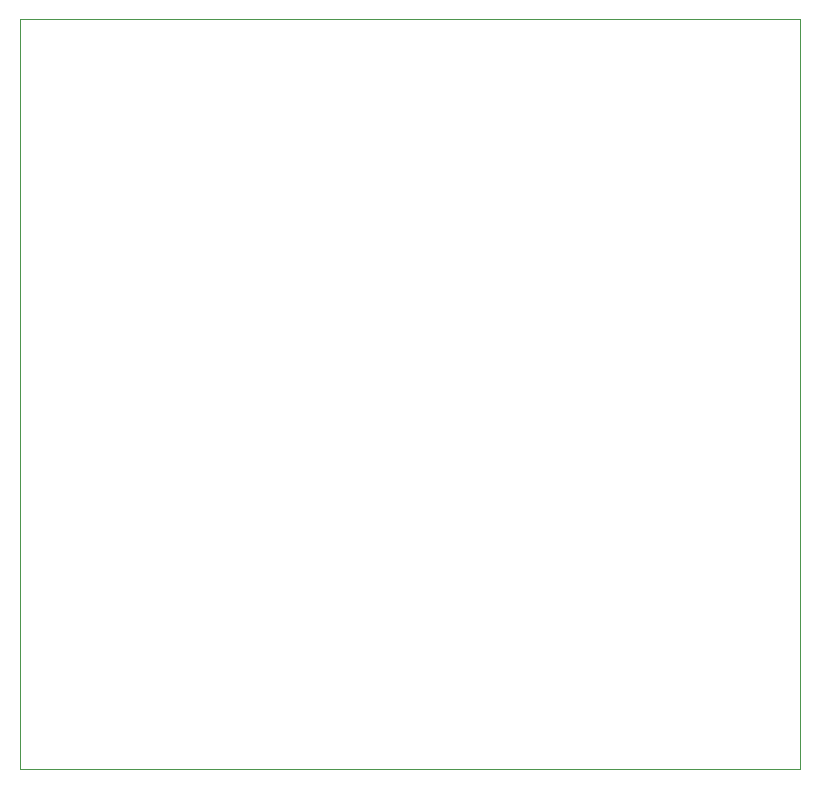
<source format=gbr>
%TF.GenerationSoftware,KiCad,Pcbnew,9.0.1*%
%TF.CreationDate,2025-05-10T14:37:29+02:00*%
%TF.ProjectId,fridge_temp_design,66726964-6765-45f7-9465-6d705f646573,rev?*%
%TF.SameCoordinates,Original*%
%TF.FileFunction,Profile,NP*%
%FSLAX46Y46*%
G04 Gerber Fmt 4.6, Leading zero omitted, Abs format (unit mm)*
G04 Created by KiCad (PCBNEW 9.0.1) date 2025-05-10 14:37:29*
%MOMM*%
%LPD*%
G01*
G04 APERTURE LIST*
%TA.AperFunction,Profile*%
%ADD10C,0.050000*%
%TD*%
G04 APERTURE END LIST*
D10*
X121920000Y-55880000D02*
X187960000Y-55880000D01*
X187960000Y-119380000D01*
X121920000Y-119380000D01*
X121920000Y-55880000D01*
M02*

</source>
